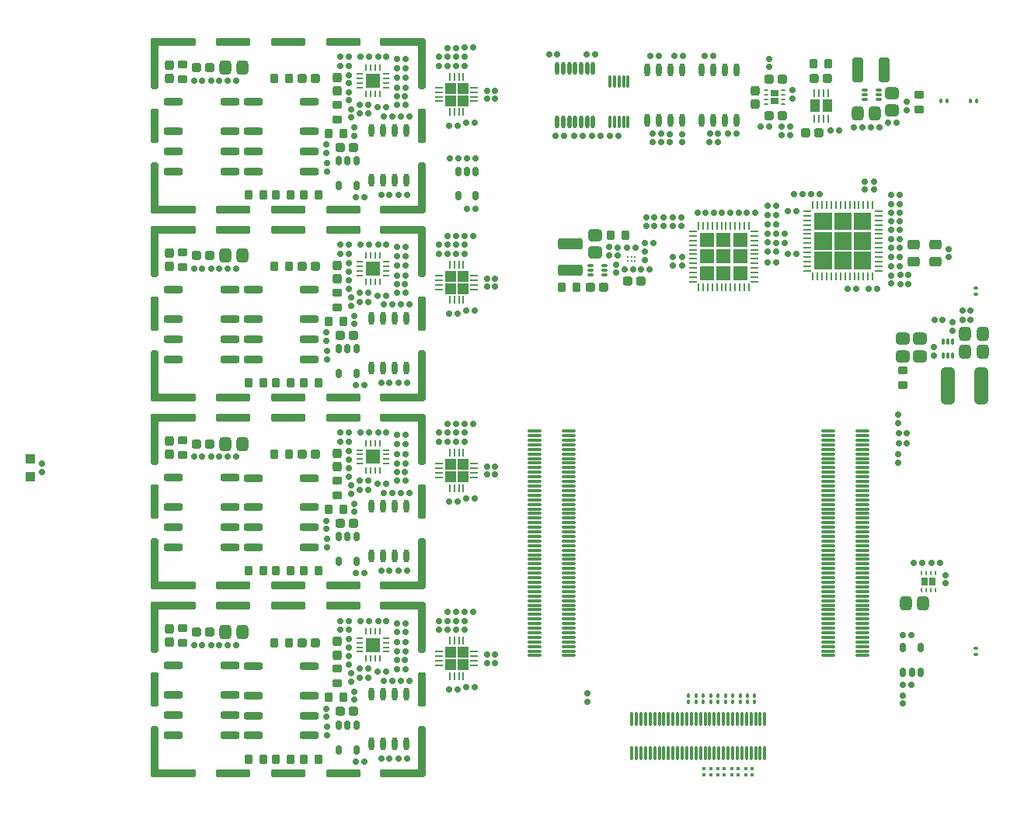
<source format=gtp>
G04*
G04 #@! TF.GenerationSoftware,Altium Limited,Altium Designer,23.10.1 (27)*
G04*
G04 Layer_Color=8421504*
%FSAX25Y25*%
%MOIN*%
G70*
G04*
G04 #@! TF.SameCoordinates,24A0423C-D8D6-4CDA-AFC9-E754AC273B9F*
G04*
G04*
G04 #@! TF.FilePolarity,Positive*
G04*
G01*
G75*
%ADD20R,0.04331X0.05512*%
%ADD21R,0.04331X0.05512*%
%ADD22R,0.04528X0.04528*%
%ADD23R,0.02756X0.03543*%
%ADD24R,0.03543X0.02756*%
%ADD25R,0.06102X0.06102*%
G04:AMPARAMS|DCode=26|XSize=9.84mil|YSize=35.43mil|CornerRadius=2.46mil|HoleSize=0mil|Usage=FLASHONLY|Rotation=180.000|XOffset=0mil|YOffset=0mil|HoleType=Round|Shape=RoundedRectangle|*
%AMROUNDEDRECTD26*
21,1,0.00984,0.03051,0,0,180.0*
21,1,0.00492,0.03543,0,0,180.0*
1,1,0.00492,-0.00246,0.01526*
1,1,0.00492,0.00246,0.01526*
1,1,0.00492,0.00246,-0.01526*
1,1,0.00492,-0.00246,-0.01526*
%
%ADD26ROUNDEDRECTD26*%
G04:AMPARAMS|DCode=27|XSize=19.68mil|YSize=11.81mil|CornerRadius=2.95mil|HoleSize=0mil|Usage=FLASHONLY|Rotation=0.000|XOffset=0mil|YOffset=0mil|HoleType=Round|Shape=RoundedRectangle|*
%AMROUNDEDRECTD27*
21,1,0.01968,0.00591,0,0,0.0*
21,1,0.01378,0.01181,0,0,0.0*
1,1,0.00591,0.00689,-0.00295*
1,1,0.00591,-0.00689,-0.00295*
1,1,0.00591,-0.00689,0.00295*
1,1,0.00591,0.00689,0.00295*
%
%ADD27ROUNDEDRECTD27*%
G04:AMPARAMS|DCode=28|XSize=19.68mil|YSize=11.81mil|CornerRadius=2.95mil|HoleSize=0mil|Usage=FLASHONLY|Rotation=270.000|XOffset=0mil|YOffset=0mil|HoleType=Round|Shape=RoundedRectangle|*
%AMROUNDEDRECTD28*
21,1,0.01968,0.00591,0,0,270.0*
21,1,0.01378,0.01181,0,0,270.0*
1,1,0.00591,-0.00295,-0.00689*
1,1,0.00591,-0.00295,0.00689*
1,1,0.00591,0.00295,0.00689*
1,1,0.00591,0.00295,-0.00689*
%
%ADD28ROUNDEDRECTD28*%
G04:AMPARAMS|DCode=29|XSize=31.5mil|YSize=81.1mil|CornerRadius=7.87mil|HoleSize=0mil|Usage=FLASHONLY|Rotation=270.000|XOffset=0mil|YOffset=0mil|HoleType=Round|Shape=RoundedRectangle|*
%AMROUNDEDRECTD29*
21,1,0.03150,0.06535,0,0,270.0*
21,1,0.01575,0.08110,0,0,270.0*
1,1,0.01575,-0.03268,-0.00787*
1,1,0.01575,-0.03268,0.00787*
1,1,0.01575,0.03268,0.00787*
1,1,0.01575,0.03268,-0.00787*
%
%ADD29ROUNDEDRECTD29*%
G04:AMPARAMS|DCode=30|XSize=43.31mil|YSize=43.31mil|CornerRadius=10.83mil|HoleSize=0mil|Usage=FLASHONLY|Rotation=90.000|XOffset=0mil|YOffset=0mil|HoleType=Round|Shape=RoundedRectangle|*
%AMROUNDEDRECTD30*
21,1,0.04331,0.02165,0,0,90.0*
21,1,0.02165,0.04331,0,0,90.0*
1,1,0.02165,0.01083,0.01083*
1,1,0.02165,0.01083,-0.01083*
1,1,0.02165,-0.01083,-0.01083*
1,1,0.02165,-0.01083,0.01083*
%
%ADD30ROUNDEDRECTD30*%
G04:AMPARAMS|DCode=31|XSize=11.81mil|YSize=59.06mil|CornerRadius=2.95mil|HoleSize=0mil|Usage=FLASHONLY|Rotation=270.000|XOffset=0mil|YOffset=0mil|HoleType=Round|Shape=RoundedRectangle|*
%AMROUNDEDRECTD31*
21,1,0.01181,0.05315,0,0,270.0*
21,1,0.00591,0.05906,0,0,270.0*
1,1,0.00591,-0.02657,-0.00295*
1,1,0.00591,-0.02657,0.00295*
1,1,0.00591,0.02657,0.00295*
1,1,0.00591,0.02657,-0.00295*
%
%ADD31ROUNDEDRECTD31*%
G04:AMPARAMS|DCode=32|XSize=11.81mil|YSize=59.06mil|CornerRadius=2.95mil|HoleSize=0mil|Usage=FLASHONLY|Rotation=0.000|XOffset=0mil|YOffset=0mil|HoleType=Round|Shape=RoundedRectangle|*
%AMROUNDEDRECTD32*
21,1,0.01181,0.05315,0,0,0.0*
21,1,0.00591,0.05906,0,0,0.0*
1,1,0.00591,0.00295,-0.02657*
1,1,0.00591,-0.00295,-0.02657*
1,1,0.00591,-0.00295,0.02657*
1,1,0.00591,0.00295,0.02657*
%
%ADD32ROUNDEDRECTD32*%
G04:AMPARAMS|DCode=33|XSize=31.5mil|YSize=149.61mil|CornerRadius=7.87mil|HoleSize=0mil|Usage=FLASHONLY|Rotation=180.000|XOffset=0mil|YOffset=0mil|HoleType=Round|Shape=RoundedRectangle|*
%AMROUNDEDRECTD33*
21,1,0.03150,0.13386,0,0,180.0*
21,1,0.01575,0.14961,0,0,180.0*
1,1,0.01575,-0.00787,0.06693*
1,1,0.01575,0.00787,0.06693*
1,1,0.01575,0.00787,-0.06693*
1,1,0.01575,-0.00787,-0.06693*
%
%ADD33ROUNDEDRECTD33*%
G04:AMPARAMS|DCode=34|XSize=31.5mil|YSize=149.61mil|CornerRadius=7.87mil|HoleSize=0mil|Usage=FLASHONLY|Rotation=270.000|XOffset=0mil|YOffset=0mil|HoleType=Round|Shape=RoundedRectangle|*
%AMROUNDEDRECTD34*
21,1,0.03150,0.13386,0,0,270.0*
21,1,0.01575,0.14961,0,0,270.0*
1,1,0.01575,-0.06693,-0.00787*
1,1,0.01575,-0.06693,0.00787*
1,1,0.01575,0.06693,0.00787*
1,1,0.01575,0.06693,-0.00787*
%
%ADD34ROUNDEDRECTD34*%
G04:AMPARAMS|DCode=35|XSize=31.5mil|YSize=218.5mil|CornerRadius=7.87mil|HoleSize=0mil|Usage=FLASHONLY|Rotation=180.000|XOffset=0mil|YOffset=0mil|HoleType=Round|Shape=RoundedRectangle|*
%AMROUNDEDRECTD35*
21,1,0.03150,0.20276,0,0,180.0*
21,1,0.01575,0.21850,0,0,180.0*
1,1,0.01575,-0.00787,0.10138*
1,1,0.01575,0.00787,0.10138*
1,1,0.01575,0.00787,-0.10138*
1,1,0.01575,-0.00787,-0.10138*
%
%ADD35ROUNDEDRECTD35*%
G04:AMPARAMS|DCode=36|XSize=31.5mil|YSize=196.06mil|CornerRadius=7.87mil|HoleSize=0mil|Usage=FLASHONLY|Rotation=270.000|XOffset=0mil|YOffset=0mil|HoleType=Round|Shape=RoundedRectangle|*
%AMROUNDEDRECTD36*
21,1,0.03150,0.18032,0,0,270.0*
21,1,0.01575,0.19606,0,0,270.0*
1,1,0.01575,-0.09016,-0.00787*
1,1,0.01575,-0.09016,0.00787*
1,1,0.01575,0.09016,0.00787*
1,1,0.01575,0.09016,-0.00787*
%
%ADD36ROUNDEDRECTD36*%
%ADD37O,0.00787X0.03347*%
%ADD38O,0.03347X0.00787*%
G04:AMPARAMS|DCode=39|XSize=59.06mil|YSize=51.18mil|CornerRadius=12.8mil|HoleSize=0mil|Usage=FLASHONLY|Rotation=270.000|XOffset=0mil|YOffset=0mil|HoleType=Round|Shape=RoundedRectangle|*
%AMROUNDEDRECTD39*
21,1,0.05906,0.02559,0,0,270.0*
21,1,0.03347,0.05118,0,0,270.0*
1,1,0.02559,-0.01280,-0.01673*
1,1,0.02559,-0.01280,0.01673*
1,1,0.02559,0.01280,0.01673*
1,1,0.02559,0.01280,-0.01673*
%
%ADD39ROUNDEDRECTD39*%
G04:AMPARAMS|DCode=40|XSize=23.62mil|YSize=23.62mil|CornerRadius=5.91mil|HoleSize=0mil|Usage=FLASHONLY|Rotation=270.000|XOffset=0mil|YOffset=0mil|HoleType=Round|Shape=RoundedRectangle|*
%AMROUNDEDRECTD40*
21,1,0.02362,0.01181,0,0,270.0*
21,1,0.01181,0.02362,0,0,270.0*
1,1,0.01181,-0.00591,-0.00591*
1,1,0.01181,-0.00591,0.00591*
1,1,0.01181,0.00591,0.00591*
1,1,0.01181,0.00591,-0.00591*
%
%ADD40ROUNDEDRECTD40*%
G04:AMPARAMS|DCode=41|XSize=37.4mil|YSize=41.34mil|CornerRadius=9.35mil|HoleSize=0mil|Usage=FLASHONLY|Rotation=270.000|XOffset=0mil|YOffset=0mil|HoleType=Round|Shape=RoundedRectangle|*
%AMROUNDEDRECTD41*
21,1,0.03740,0.02264,0,0,270.0*
21,1,0.01870,0.04134,0,0,270.0*
1,1,0.01870,-0.01132,-0.00935*
1,1,0.01870,-0.01132,0.00935*
1,1,0.01870,0.01132,0.00935*
1,1,0.01870,0.01132,-0.00935*
%
%ADD41ROUNDEDRECTD41*%
G04:AMPARAMS|DCode=42|XSize=37.4mil|YSize=41.34mil|CornerRadius=9.35mil|HoleSize=0mil|Usage=FLASHONLY|Rotation=180.000|XOffset=0mil|YOffset=0mil|HoleType=Round|Shape=RoundedRectangle|*
%AMROUNDEDRECTD42*
21,1,0.03740,0.02264,0,0,180.0*
21,1,0.01870,0.04134,0,0,180.0*
1,1,0.01870,-0.00935,0.01132*
1,1,0.01870,0.00935,0.01132*
1,1,0.01870,0.00935,-0.01132*
1,1,0.01870,-0.00935,-0.01132*
%
%ADD42ROUNDEDRECTD42*%
G04:AMPARAMS|DCode=43|XSize=39.37mil|YSize=35.43mil|CornerRadius=8.86mil|HoleSize=0mil|Usage=FLASHONLY|Rotation=0.000|XOffset=0mil|YOffset=0mil|HoleType=Round|Shape=RoundedRectangle|*
%AMROUNDEDRECTD43*
21,1,0.03937,0.01772,0,0,0.0*
21,1,0.02165,0.03543,0,0,0.0*
1,1,0.01772,0.01083,-0.00886*
1,1,0.01772,-0.01083,-0.00886*
1,1,0.01772,-0.01083,0.00886*
1,1,0.01772,0.01083,0.00886*
%
%ADD43ROUNDEDRECTD43*%
G04:AMPARAMS|DCode=44|XSize=11.81mil|YSize=26.38mil|CornerRadius=2.95mil|HoleSize=0mil|Usage=FLASHONLY|Rotation=270.000|XOffset=0mil|YOffset=0mil|HoleType=Round|Shape=RoundedRectangle|*
%AMROUNDEDRECTD44*
21,1,0.01181,0.02047,0,0,270.0*
21,1,0.00591,0.02638,0,0,270.0*
1,1,0.00591,-0.01024,-0.00295*
1,1,0.00591,-0.01024,0.00295*
1,1,0.00591,0.01024,0.00295*
1,1,0.00591,0.01024,-0.00295*
%
%ADD44ROUNDEDRECTD44*%
G04:AMPARAMS|DCode=45|XSize=59.06mil|YSize=51.18mil|CornerRadius=12.8mil|HoleSize=0mil|Usage=FLASHONLY|Rotation=180.000|XOffset=0mil|YOffset=0mil|HoleType=Round|Shape=RoundedRectangle|*
%AMROUNDEDRECTD45*
21,1,0.05906,0.02559,0,0,180.0*
21,1,0.03347,0.05118,0,0,180.0*
1,1,0.02559,-0.01673,0.01280*
1,1,0.02559,0.01673,0.01280*
1,1,0.02559,0.01673,-0.01280*
1,1,0.02559,-0.01673,-0.01280*
%
%ADD45ROUNDEDRECTD45*%
G04:AMPARAMS|DCode=46|XSize=23.62mil|YSize=23.62mil|CornerRadius=5.91mil|HoleSize=0mil|Usage=FLASHONLY|Rotation=0.000|XOffset=0mil|YOffset=0mil|HoleType=Round|Shape=RoundedRectangle|*
%AMROUNDEDRECTD46*
21,1,0.02362,0.01181,0,0,0.0*
21,1,0.01181,0.02362,0,0,0.0*
1,1,0.01181,0.00591,-0.00591*
1,1,0.01181,-0.00591,-0.00591*
1,1,0.01181,-0.00591,0.00591*
1,1,0.01181,0.00591,0.00591*
%
%ADD46ROUNDEDRECTD46*%
G04:AMPARAMS|DCode=47|XSize=107.09mil|YSize=48.42mil|CornerRadius=12.11mil|HoleSize=0mil|Usage=FLASHONLY|Rotation=270.000|XOffset=0mil|YOffset=0mil|HoleType=Round|Shape=RoundedRectangle|*
%AMROUNDEDRECTD47*
21,1,0.10709,0.02421,0,0,270.0*
21,1,0.08287,0.04842,0,0,270.0*
1,1,0.02421,-0.01211,-0.04144*
1,1,0.02421,-0.01211,0.04144*
1,1,0.02421,0.01211,0.04144*
1,1,0.02421,0.01211,-0.04144*
%
%ADD47ROUNDEDRECTD47*%
G04:AMPARAMS|DCode=48|XSize=25.2mil|YSize=25.2mil|CornerRadius=6.3mil|HoleSize=0mil|Usage=FLASHONLY|Rotation=270.000|XOffset=0mil|YOffset=0mil|HoleType=Round|Shape=RoundedRectangle|*
%AMROUNDEDRECTD48*
21,1,0.02520,0.01260,0,0,270.0*
21,1,0.01260,0.02520,0,0,270.0*
1,1,0.01260,-0.00630,-0.00630*
1,1,0.01260,-0.00630,0.00630*
1,1,0.01260,0.00630,0.00630*
1,1,0.01260,0.00630,-0.00630*
%
%ADD48ROUNDEDRECTD48*%
G04:AMPARAMS|DCode=49|XSize=39.37mil|YSize=35.43mil|CornerRadius=8.86mil|HoleSize=0mil|Usage=FLASHONLY|Rotation=90.000|XOffset=0mil|YOffset=0mil|HoleType=Round|Shape=RoundedRectangle|*
%AMROUNDEDRECTD49*
21,1,0.03937,0.01772,0,0,90.0*
21,1,0.02165,0.03543,0,0,90.0*
1,1,0.01772,0.00886,0.01083*
1,1,0.01772,0.00886,-0.01083*
1,1,0.01772,-0.00886,-0.01083*
1,1,0.01772,-0.00886,0.01083*
%
%ADD49ROUNDEDRECTD49*%
%ADD50O,0.02362X0.05709*%
G04:AMPARAMS|DCode=51|XSize=25.2mil|YSize=25.2mil|CornerRadius=6.3mil|HoleSize=0mil|Usage=FLASHONLY|Rotation=180.000|XOffset=0mil|YOffset=0mil|HoleType=Round|Shape=RoundedRectangle|*
%AMROUNDEDRECTD51*
21,1,0.02520,0.01260,0,0,180.0*
21,1,0.01260,0.02520,0,0,180.0*
1,1,0.01260,-0.00630,0.00630*
1,1,0.01260,0.00630,0.00630*
1,1,0.01260,0.00630,-0.00630*
1,1,0.01260,-0.00630,-0.00630*
%
%ADD51ROUNDEDRECTD51*%
%ADD52O,0.01378X0.05512*%
%ADD53O,0.00984X0.03150*%
%ADD54O,0.03150X0.00984*%
G04:AMPARAMS|DCode=55|XSize=58.27mil|YSize=58.27mil|CornerRadius=0mil|HoleSize=0mil|Usage=FLASHONLY|Rotation=0.000|XOffset=0mil|YOffset=0mil|HoleType=Round|Shape=RoundedRectangle|*
%AMROUNDEDRECTD55*
21,1,0.05827,0.05827,0,0,0.0*
21,1,0.05827,0.05827,0,0,0.0*
1,1,0.00000,0.02913,-0.02913*
1,1,0.00000,-0.02913,-0.02913*
1,1,0.00000,-0.02913,0.02913*
1,1,0.00000,0.02913,0.02913*
%
%ADD55ROUNDEDRECTD55*%
G04:AMPARAMS|DCode=56|XSize=23.62mil|YSize=39.37mil|CornerRadius=5.91mil|HoleSize=0mil|Usage=FLASHONLY|Rotation=0.000|XOffset=0mil|YOffset=0mil|HoleType=Round|Shape=RoundedRectangle|*
%AMROUNDEDRECTD56*
21,1,0.02362,0.02756,0,0,0.0*
21,1,0.01181,0.03937,0,0,0.0*
1,1,0.01181,0.00591,-0.01378*
1,1,0.01181,-0.00591,-0.01378*
1,1,0.01181,-0.00591,0.01378*
1,1,0.01181,0.00591,0.01378*
%
%ADD56ROUNDEDRECTD56*%
G04:AMPARAMS|DCode=57|XSize=11.81mil|YSize=26.38mil|CornerRadius=2.95mil|HoleSize=0mil|Usage=FLASHONLY|Rotation=180.000|XOffset=0mil|YOffset=0mil|HoleType=Round|Shape=RoundedRectangle|*
%AMROUNDEDRECTD57*
21,1,0.01181,0.02047,0,0,180.0*
21,1,0.00591,0.02638,0,0,180.0*
1,1,0.00591,-0.00295,0.01024*
1,1,0.00591,0.00295,0.01024*
1,1,0.00591,0.00295,-0.01024*
1,1,0.00591,-0.00295,-0.01024*
%
%ADD57ROUNDEDRECTD57*%
G04:AMPARAMS|DCode=58|XSize=157.48mil|YSize=59.06mil|CornerRadius=14.76mil|HoleSize=0mil|Usage=FLASHONLY|Rotation=90.000|XOffset=0mil|YOffset=0mil|HoleType=Round|Shape=RoundedRectangle|*
%AMROUNDEDRECTD58*
21,1,0.15748,0.02953,0,0,90.0*
21,1,0.12795,0.05906,0,0,90.0*
1,1,0.02953,0.01476,0.06398*
1,1,0.02953,0.01476,-0.06398*
1,1,0.02953,-0.01476,-0.06398*
1,1,0.02953,-0.01476,0.06398*
%
%ADD58ROUNDEDRECTD58*%
G04:AMPARAMS|DCode=59|XSize=51.18mil|YSize=43.31mil|CornerRadius=10.83mil|HoleSize=0mil|Usage=FLASHONLY|Rotation=180.000|XOffset=0mil|YOffset=0mil|HoleType=Round|Shape=RoundedRectangle|*
%AMROUNDEDRECTD59*
21,1,0.05118,0.02165,0,0,180.0*
21,1,0.02953,0.04331,0,0,180.0*
1,1,0.02165,-0.01476,0.01083*
1,1,0.02165,0.01476,0.01083*
1,1,0.02165,0.01476,-0.01083*
1,1,0.02165,-0.01476,-0.01083*
%
%ADD59ROUNDEDRECTD59*%
%ADD60O,0.01772X0.05512*%
G04:AMPARAMS|DCode=61|XSize=9.84mil|YSize=19.68mil|CornerRadius=2.46mil|HoleSize=0mil|Usage=FLASHONLY|Rotation=180.000|XOffset=0mil|YOffset=0mil|HoleType=Round|Shape=RoundedRectangle|*
%AMROUNDEDRECTD61*
21,1,0.00984,0.01476,0,0,180.0*
21,1,0.00492,0.01968,0,0,180.0*
1,1,0.00492,-0.00246,0.00738*
1,1,0.00492,0.00246,0.00738*
1,1,0.00492,0.00246,-0.00738*
1,1,0.00492,-0.00246,-0.00738*
%
%ADD61ROUNDEDRECTD61*%
%ADD62O,0.00984X0.03347*%
G04:AMPARAMS|DCode=63|XSize=9.84mil|YSize=19.68mil|CornerRadius=2.46mil|HoleSize=0mil|Usage=FLASHONLY|Rotation=90.000|XOffset=0mil|YOffset=0mil|HoleType=Round|Shape=RoundedRectangle|*
%AMROUNDEDRECTD63*
21,1,0.00984,0.01476,0,0,90.0*
21,1,0.00492,0.01968,0,0,90.0*
1,1,0.00492,0.00738,0.00246*
1,1,0.00492,0.00738,-0.00246*
1,1,0.00492,-0.00738,-0.00246*
1,1,0.00492,-0.00738,0.00246*
%
%ADD63ROUNDEDRECTD63*%
%ADD64O,0.03347X0.00984*%
%ADD65C,0.01100*%
%ADD66O,0.00984X0.03543*%
%ADD67O,0.03543X0.00984*%
G04:AMPARAMS|DCode=68|XSize=13.78mil|YSize=15.75mil|CornerRadius=3.45mil|HoleSize=0mil|Usage=FLASHONLY|Rotation=0.000|XOffset=0mil|YOffset=0mil|HoleType=Round|Shape=RoundedRectangle|*
%AMROUNDEDRECTD68*
21,1,0.01378,0.00886,0,0,0.0*
21,1,0.00689,0.01575,0,0,0.0*
1,1,0.00689,0.00345,-0.00443*
1,1,0.00689,-0.00345,-0.00443*
1,1,0.00689,-0.00345,0.00443*
1,1,0.00689,0.00345,0.00443*
%
%ADD68ROUNDEDRECTD68*%
G04:AMPARAMS|DCode=69|XSize=107.09mil|YSize=48.42mil|CornerRadius=12.11mil|HoleSize=0mil|Usage=FLASHONLY|Rotation=180.000|XOffset=0mil|YOffset=0mil|HoleType=Round|Shape=RoundedRectangle|*
%AMROUNDEDRECTD69*
21,1,0.10709,0.02421,0,0,180.0*
21,1,0.08287,0.04842,0,0,180.0*
1,1,0.02421,-0.04144,0.01211*
1,1,0.02421,0.04144,0.01211*
1,1,0.02421,0.04144,-0.01211*
1,1,0.02421,-0.04144,-0.01211*
%
%ADD69ROUNDEDRECTD69*%
G04:AMPARAMS|DCode=70|XSize=16.54mil|YSize=18.11mil|CornerRadius=4.13mil|HoleSize=0mil|Usage=FLASHONLY|Rotation=0.000|XOffset=0mil|YOffset=0mil|HoleType=Round|Shape=RoundedRectangle|*
%AMROUNDEDRECTD70*
21,1,0.01654,0.00984,0,0,0.0*
21,1,0.00827,0.01811,0,0,0.0*
1,1,0.00827,0.00413,-0.00492*
1,1,0.00827,-0.00413,-0.00492*
1,1,0.00827,-0.00413,0.00492*
1,1,0.00827,0.00413,0.00492*
%
%ADD70ROUNDEDRECTD70*%
G36*
X0364469Y0298031D02*
X0356988D01*
Y0305512D01*
X0364469D01*
Y0298031D01*
D02*
G37*
G36*
X0347539D02*
X0340059D01*
Y0305512D01*
X0347539D01*
Y0298031D01*
D02*
G37*
G36*
X0356004Y0298031D02*
X0348524D01*
Y0305512D01*
X0356004D01*
Y0298031D01*
D02*
G37*
G36*
X0364469Y0289567D02*
X0356988D01*
Y0297047D01*
X0364469D01*
Y0289567D01*
D02*
G37*
G36*
X0356004D02*
X0348524D01*
Y0297047D01*
X0356004D01*
Y0289567D01*
D02*
G37*
G36*
X0347539D02*
X0340059D01*
Y0297047D01*
X0347539D01*
Y0289567D01*
D02*
G37*
G36*
X0364469Y0281102D02*
X0356988D01*
Y0288583D01*
X0364469D01*
Y0281102D01*
D02*
G37*
G36*
X0356004D02*
X0348524D01*
Y0288583D01*
X0356004D01*
Y0281102D01*
D02*
G37*
G36*
X0347539D02*
X0340059D01*
Y0288583D01*
X0347539D01*
Y0281102D01*
D02*
G37*
D20*
X0345571Y0351378D02*
D03*
D21*
X0340453Y0351378D02*
D03*
D22*
X0183855Y0192126D02*
D03*
Y0197441D02*
D03*
X0189170D02*
D03*
Y0192126D02*
D03*
X0183855Y0111417D02*
D03*
Y0116732D02*
D03*
X0189170D02*
D03*
Y0111417D02*
D03*
X0183858Y0272835D02*
D03*
Y0278150D02*
D03*
X0189173D02*
D03*
Y0272835D02*
D03*
X0183859Y0353543D02*
D03*
Y0358858D02*
D03*
X0189173D02*
D03*
Y0353543D02*
D03*
D23*
X0390746Y0147146D02*
D03*
X0387203D02*
D03*
D24*
X0322994Y0356793D02*
D03*
Y0353250D02*
D03*
D25*
X0294067Y0293701D02*
D03*
X0301154D02*
D03*
X0308240D02*
D03*
Y0286614D02*
D03*
X0301154D02*
D03*
X0294067D02*
D03*
Y0279528D02*
D03*
X0301154D02*
D03*
X0308240D02*
D03*
D26*
X0345965Y0356870D02*
D03*
X0343996D02*
D03*
X0342028D02*
D03*
X0340059D02*
D03*
X0345965Y0345886D02*
D03*
X0343996D02*
D03*
X0342028D02*
D03*
X0340059D02*
D03*
D27*
X0409449Y0115748D02*
D03*
Y0118504D02*
D03*
Y0273228D02*
D03*
Y0270472D02*
D03*
D28*
X0394193Y0353248D02*
D03*
X0396949D02*
D03*
X0406988D02*
D03*
X0409744D02*
D03*
D29*
X0089252Y0340354D02*
D03*
X0065079D02*
D03*
Y0352953D02*
D03*
X0089252D02*
D03*
X0065079Y0331693D02*
D03*
X0089252D02*
D03*
Y0323031D02*
D03*
X0065079D02*
D03*
X0099311Y0323031D02*
D03*
X0123484D02*
D03*
Y0331693D02*
D03*
X0099311D02*
D03*
X0123484Y0352953D02*
D03*
X0099311D02*
D03*
Y0340354D02*
D03*
X0123484D02*
D03*
X0089252Y0098327D02*
D03*
X0065079D02*
D03*
Y0110925D02*
D03*
X0089252D02*
D03*
X0065079Y0089665D02*
D03*
X0089252D02*
D03*
Y0081004D02*
D03*
X0065079D02*
D03*
Y0161713D02*
D03*
X0089252D02*
D03*
Y0170374D02*
D03*
X0065079D02*
D03*
X0089252Y0191634D02*
D03*
X0065079D02*
D03*
Y0179035D02*
D03*
X0089252D02*
D03*
Y0259646D02*
D03*
X0065079D02*
D03*
Y0272244D02*
D03*
X0089252D02*
D03*
X0065079Y0250984D02*
D03*
X0089252D02*
D03*
Y0242323D02*
D03*
X0065079D02*
D03*
X0099311Y0080905D02*
D03*
X0123484D02*
D03*
Y0089567D02*
D03*
X0099311D02*
D03*
X0123484Y0110827D02*
D03*
X0099311D02*
D03*
Y0098228D02*
D03*
X0123484D02*
D03*
Y0178937D02*
D03*
X0099311D02*
D03*
Y0191535D02*
D03*
X0123484D02*
D03*
X0099311Y0170276D02*
D03*
X0123484D02*
D03*
Y0161614D02*
D03*
X0099311D02*
D03*
Y0242323D02*
D03*
X0123484D02*
D03*
Y0250984D02*
D03*
X0099311D02*
D03*
X0123484Y0272244D02*
D03*
X0099311D02*
D03*
Y0259646D02*
D03*
X0123484D02*
D03*
D30*
X0003543Y0199803D02*
D03*
Y0191929D02*
D03*
D31*
X0219949Y0115239D02*
D03*
X0234516D02*
D03*
X0219949Y0117207D02*
D03*
X0234516D02*
D03*
X0219949Y0119176D02*
D03*
X0234516D02*
D03*
X0219949Y0121144D02*
D03*
X0234516D02*
D03*
X0219949Y0123113D02*
D03*
X0234516D02*
D03*
X0219949Y0125081D02*
D03*
X0234516D02*
D03*
X0219949Y0127050D02*
D03*
X0234516D02*
D03*
X0219949Y0129018D02*
D03*
X0234516D02*
D03*
X0219949Y0130987D02*
D03*
X0234516D02*
D03*
X0219949Y0132955D02*
D03*
X0234516D02*
D03*
X0219949Y0134924D02*
D03*
X0234516D02*
D03*
X0219949Y0136892D02*
D03*
X0234516D02*
D03*
X0219949Y0138861D02*
D03*
X0234516D02*
D03*
X0219949Y0140829D02*
D03*
X0234516D02*
D03*
X0219949Y0142798D02*
D03*
X0234516D02*
D03*
X0219949Y0144766D02*
D03*
X0234516D02*
D03*
X0219949Y0146735D02*
D03*
X0234516D02*
D03*
X0219949Y0148703D02*
D03*
X0234516D02*
D03*
X0219949Y0150672D02*
D03*
X0234516D02*
D03*
X0219949Y0152640D02*
D03*
X0234516D02*
D03*
X0219949Y0154609D02*
D03*
X0234516D02*
D03*
X0219949Y0156577D02*
D03*
X0234516D02*
D03*
X0219949Y0158546D02*
D03*
X0234516D02*
D03*
X0219949Y0160514D02*
D03*
X0234516D02*
D03*
X0219949Y0162483D02*
D03*
X0234516D02*
D03*
X0219949Y0164451D02*
D03*
X0234516D02*
D03*
X0219949Y0166420D02*
D03*
X0234516D02*
D03*
X0219949Y0168388D02*
D03*
X0234516D02*
D03*
X0219949Y0170357D02*
D03*
X0234516D02*
D03*
X0219949Y0172325D02*
D03*
X0234516D02*
D03*
X0219949Y0174294D02*
D03*
X0234516D02*
D03*
X0219949Y0176262D02*
D03*
X0234516D02*
D03*
X0219949Y0178231D02*
D03*
X0234516D02*
D03*
X0219949Y0180199D02*
D03*
X0234516D02*
D03*
X0219949Y0182168D02*
D03*
X0234516D02*
D03*
X0219949Y0184136D02*
D03*
X0234516D02*
D03*
X0219949Y0186105D02*
D03*
X0234516D02*
D03*
X0219949Y0188073D02*
D03*
X0234516D02*
D03*
X0219949Y0190042D02*
D03*
X0234516D02*
D03*
X0219949Y0192010D02*
D03*
X0234516D02*
D03*
X0219949Y0193979D02*
D03*
X0234516D02*
D03*
X0219949Y0195947D02*
D03*
X0234516D02*
D03*
X0219949Y0197916D02*
D03*
X0234516D02*
D03*
X0219949Y0199884D02*
D03*
X0234516D02*
D03*
X0219949Y0201853D02*
D03*
X0234516D02*
D03*
X0219949Y0203821D02*
D03*
X0234516D02*
D03*
X0219949Y0205790D02*
D03*
X0234516D02*
D03*
X0219949Y0207758D02*
D03*
X0234516D02*
D03*
X0219949Y0209727D02*
D03*
X0234516D02*
D03*
X0219949Y0211695D02*
D03*
X0234516D02*
D03*
X0360500D02*
D03*
X0345933D02*
D03*
X0360500Y0209727D02*
D03*
X0345933D02*
D03*
X0360500Y0207758D02*
D03*
X0345933D02*
D03*
X0360500Y0205790D02*
D03*
X0345933D02*
D03*
X0360500Y0203821D02*
D03*
X0345933D02*
D03*
X0360500Y0201853D02*
D03*
X0345933D02*
D03*
X0360500Y0199884D02*
D03*
X0345933D02*
D03*
X0360500Y0197916D02*
D03*
X0345933D02*
D03*
X0360500Y0195947D02*
D03*
X0345933D02*
D03*
X0360500Y0193979D02*
D03*
X0345933D02*
D03*
X0360500Y0192010D02*
D03*
X0345933D02*
D03*
X0360500Y0190042D02*
D03*
X0345933D02*
D03*
X0360500Y0188073D02*
D03*
X0345933D02*
D03*
X0360500Y0186105D02*
D03*
X0345933D02*
D03*
X0360500Y0184136D02*
D03*
X0345933D02*
D03*
X0360500Y0182168D02*
D03*
X0345933D02*
D03*
X0360500Y0180199D02*
D03*
X0345933D02*
D03*
X0360500Y0178231D02*
D03*
X0345933D02*
D03*
X0360500Y0176262D02*
D03*
X0345933D02*
D03*
X0360500Y0174294D02*
D03*
X0345933D02*
D03*
X0360500Y0172325D02*
D03*
X0345933D02*
D03*
X0360500Y0170357D02*
D03*
X0345933D02*
D03*
X0360500Y0168388D02*
D03*
X0345933D02*
D03*
X0360500Y0166420D02*
D03*
X0345933D02*
D03*
X0360500Y0164451D02*
D03*
X0345933D02*
D03*
X0360500Y0162483D02*
D03*
X0345933D02*
D03*
X0360500Y0160514D02*
D03*
X0345933D02*
D03*
X0360500Y0158546D02*
D03*
X0345933D02*
D03*
X0360500Y0156577D02*
D03*
X0345933D02*
D03*
X0360500Y0154609D02*
D03*
X0345933D02*
D03*
X0360500Y0152640D02*
D03*
X0345933D02*
D03*
X0360500Y0150672D02*
D03*
X0345933D02*
D03*
X0360500Y0148703D02*
D03*
X0345933D02*
D03*
X0360500Y0146735D02*
D03*
X0345933D02*
D03*
X0360500Y0144766D02*
D03*
X0345933D02*
D03*
X0360500Y0142798D02*
D03*
X0345933D02*
D03*
X0360500Y0140829D02*
D03*
X0345933D02*
D03*
X0360500Y0138861D02*
D03*
X0345933D02*
D03*
X0360500Y0136892D02*
D03*
X0345933D02*
D03*
X0360500Y0134924D02*
D03*
X0345933D02*
D03*
X0360500Y0132955D02*
D03*
X0345933D02*
D03*
X0360500Y0130987D02*
D03*
X0345933D02*
D03*
X0360500Y0129018D02*
D03*
X0345933D02*
D03*
X0360500Y0127050D02*
D03*
X0345933D02*
D03*
X0360500Y0125081D02*
D03*
X0345933D02*
D03*
X0360500Y0123113D02*
D03*
X0345933D02*
D03*
X0360500Y0121144D02*
D03*
X0345933D02*
D03*
X0360500Y0119176D02*
D03*
X0345933D02*
D03*
X0360500Y0117207D02*
D03*
X0345933D02*
D03*
X0360500Y0115239D02*
D03*
X0345933D02*
D03*
D32*
X0318772Y0073510D02*
D03*
Y0088077D02*
D03*
X0316803Y0073510D02*
D03*
Y0088077D02*
D03*
X0314835Y0073510D02*
D03*
Y0088077D02*
D03*
X0312866Y0073510D02*
D03*
Y0088077D02*
D03*
X0310898Y0073510D02*
D03*
Y0088077D02*
D03*
X0308929Y0073510D02*
D03*
Y0088077D02*
D03*
X0306961Y0073510D02*
D03*
Y0088077D02*
D03*
X0304992Y0073510D02*
D03*
Y0088077D02*
D03*
X0303024Y0073510D02*
D03*
Y0088077D02*
D03*
X0301055Y0073510D02*
D03*
Y0088077D02*
D03*
X0299087Y0073510D02*
D03*
Y0088077D02*
D03*
X0297118Y0073510D02*
D03*
Y0088077D02*
D03*
X0295150Y0073510D02*
D03*
Y0088077D02*
D03*
X0293181Y0073510D02*
D03*
Y0088077D02*
D03*
X0291213Y0073510D02*
D03*
Y0088077D02*
D03*
X0289244Y0073510D02*
D03*
Y0088077D02*
D03*
X0287276Y0073510D02*
D03*
Y0088077D02*
D03*
X0285307Y0073510D02*
D03*
Y0088077D02*
D03*
X0283339Y0073510D02*
D03*
Y0088077D02*
D03*
X0281370Y0073510D02*
D03*
Y0088077D02*
D03*
X0279402Y0073510D02*
D03*
Y0088077D02*
D03*
X0277433Y0073510D02*
D03*
Y0088077D02*
D03*
X0275465Y0073510D02*
D03*
Y0088077D02*
D03*
X0273496Y0073510D02*
D03*
Y0088077D02*
D03*
X0271528Y0073510D02*
D03*
Y0088077D02*
D03*
X0269559Y0073510D02*
D03*
Y0088077D02*
D03*
X0267590Y0073510D02*
D03*
Y0088077D02*
D03*
X0265622Y0073510D02*
D03*
Y0088077D02*
D03*
X0263653Y0073510D02*
D03*
Y0088077D02*
D03*
X0261685Y0073510D02*
D03*
Y0088077D02*
D03*
D33*
X0056890Y0342717D02*
D03*
X0171693D02*
D03*
Y0262008D02*
D03*
X0056890D02*
D03*
Y0181299D02*
D03*
X0171693D02*
D03*
Y0100591D02*
D03*
X0056890D02*
D03*
D34*
X0090669Y0378740D02*
D03*
X0137913D02*
D03*
X0114291D02*
D03*
X0090680Y0306713D02*
D03*
X0137924D02*
D03*
X0114302D02*
D03*
Y0226005D02*
D03*
X0137924D02*
D03*
X0090680D02*
D03*
X0114291Y0298031D02*
D03*
X0137913D02*
D03*
X0090669D02*
D03*
Y0217323D02*
D03*
X0137913D02*
D03*
X0114291D02*
D03*
X0090680Y0145296D02*
D03*
X0137924D02*
D03*
X0114302D02*
D03*
Y0064587D02*
D03*
X0137924D02*
D03*
X0090680D02*
D03*
X0114291Y0136614D02*
D03*
X0137913D02*
D03*
X0090669D02*
D03*
D35*
X0171693Y0369388D02*
D03*
X0056890D02*
D03*
X0056900Y0316065D02*
D03*
X0171703D02*
D03*
Y0235357D02*
D03*
X0056900D02*
D03*
X0056890Y0288680D02*
D03*
X0171693D02*
D03*
Y0207971D02*
D03*
X0056890D02*
D03*
X0056900Y0154648D02*
D03*
X0171703D02*
D03*
Y0073939D02*
D03*
X0056900D02*
D03*
X0056890Y0127262D02*
D03*
X0171693D02*
D03*
D36*
X0163466Y0378740D02*
D03*
X0065119D02*
D03*
X0065127Y0306713D02*
D03*
X0163474D02*
D03*
Y0226005D02*
D03*
X0065127D02*
D03*
X0065119Y0298031D02*
D03*
X0163466D02*
D03*
Y0217323D02*
D03*
X0065119D02*
D03*
X0065127Y0145296D02*
D03*
X0163474D02*
D03*
Y0064587D02*
D03*
X0065127D02*
D03*
X0065119Y0136614D02*
D03*
X0163466D02*
D03*
D37*
X0339469Y0277953D02*
D03*
X0341437D02*
D03*
X0343406D02*
D03*
X0345374D02*
D03*
X0347342D02*
D03*
X0349311D02*
D03*
X0351279D02*
D03*
X0353248D02*
D03*
X0355217D02*
D03*
X0357185D02*
D03*
X0359154D02*
D03*
X0361122D02*
D03*
X0363090D02*
D03*
X0365059D02*
D03*
Y0308661D02*
D03*
X0363090D02*
D03*
X0361122D02*
D03*
X0359154D02*
D03*
X0357185D02*
D03*
X0355217D02*
D03*
X0353248D02*
D03*
X0351279D02*
D03*
X0349311D02*
D03*
X0347342D02*
D03*
X0345374D02*
D03*
X0343406D02*
D03*
X0341437D02*
D03*
X0339469D02*
D03*
D38*
X0367618Y0280512D02*
D03*
Y0282480D02*
D03*
Y0284449D02*
D03*
Y0286417D02*
D03*
Y0288386D02*
D03*
Y0290354D02*
D03*
Y0292323D02*
D03*
Y0294291D02*
D03*
Y0296260D02*
D03*
Y0298228D02*
D03*
Y0300197D02*
D03*
Y0302165D02*
D03*
Y0304134D02*
D03*
Y0306102D02*
D03*
X0336910D02*
D03*
Y0304134D02*
D03*
Y0302165D02*
D03*
Y0300197D02*
D03*
Y0298228D02*
D03*
Y0296260D02*
D03*
Y0294291D02*
D03*
Y0292323D02*
D03*
Y0290354D02*
D03*
Y0288386D02*
D03*
Y0286417D02*
D03*
Y0284449D02*
D03*
Y0282480D02*
D03*
Y0280512D02*
D03*
D39*
X0094685Y0286910D02*
D03*
X0087205D02*
D03*
X0094685Y0206201D02*
D03*
X0087205D02*
D03*
X0094685Y0125492D02*
D03*
X0087205D02*
D03*
X0094685Y0367618D02*
D03*
X0087205D02*
D03*
X0358563Y0348130D02*
D03*
X0366043D02*
D03*
X0404724Y0253346D02*
D03*
X0412205D02*
D03*
X0404724Y0245866D02*
D03*
X0412205D02*
D03*
X0386811Y0137598D02*
D03*
X0379331D02*
D03*
D40*
X0088484Y0281299D02*
D03*
X0092027D02*
D03*
X0084744Y0281299D02*
D03*
X0081201D02*
D03*
X0077461D02*
D03*
X0073917D02*
D03*
X0088484Y0200590D02*
D03*
X0092027D02*
D03*
X0084744Y0200590D02*
D03*
X0081201D02*
D03*
X0077461D02*
D03*
X0073917D02*
D03*
X0088484Y0119882D02*
D03*
X0092027D02*
D03*
X0084744Y0119882D02*
D03*
X0081201D02*
D03*
X0077461D02*
D03*
X0073917D02*
D03*
X0371752Y0344094D02*
D03*
X0375295D02*
D03*
X0364370Y0341929D02*
D03*
X0367913D02*
D03*
X0360630D02*
D03*
X0357087D02*
D03*
X0186319Y0134055D02*
D03*
X0182776D02*
D03*
X0186319Y0376181D02*
D03*
X0182776D02*
D03*
X0186319Y0295472D02*
D03*
X0182776D02*
D03*
X0186319Y0214764D02*
D03*
X0182776D02*
D03*
X0373012Y0309197D02*
D03*
X0376555D02*
D03*
X0373031Y0305413D02*
D03*
X0376575D02*
D03*
X0376575Y0282480D02*
D03*
X0373031D02*
D03*
X0092027Y0362008D02*
D03*
X0088484D02*
D03*
X0084744Y0362008D02*
D03*
X0081201D02*
D03*
X0073917D02*
D03*
X0077461D02*
D03*
X0331299Y0313287D02*
D03*
X0334842D02*
D03*
X0164567Y0363287D02*
D03*
X0161024D02*
D03*
X0164567Y0282579D02*
D03*
X0161024D02*
D03*
X0161024Y0278346D02*
D03*
X0164567D02*
D03*
X0164469Y0274705D02*
D03*
X0160925D02*
D03*
X0157776Y0232480D02*
D03*
X0154232D02*
D03*
X0152854Y0291634D02*
D03*
X0156398D02*
D03*
X0164567Y0201870D02*
D03*
X0161024D02*
D03*
X0161024Y0197638D02*
D03*
X0164567D02*
D03*
X0164469Y0193996D02*
D03*
X0160925D02*
D03*
X0157776Y0151772D02*
D03*
X0154232D02*
D03*
X0152854Y0210925D02*
D03*
X0156398D02*
D03*
X0164567Y0121161D02*
D03*
X0161024D02*
D03*
X0161024Y0116929D02*
D03*
X0164567D02*
D03*
X0164469Y0113287D02*
D03*
X0160925D02*
D03*
X0157776Y0071063D02*
D03*
X0154232D02*
D03*
X0152854Y0130217D02*
D03*
X0156398D02*
D03*
X0154232Y0313189D02*
D03*
X0157776D02*
D03*
X0152854Y0372342D02*
D03*
X0156398D02*
D03*
X0164469Y0355413D02*
D03*
X0160925D02*
D03*
X0161024Y0359055D02*
D03*
X0164567D02*
D03*
X0327264Y0292520D02*
D03*
X0323721D02*
D03*
X0327264Y0296457D02*
D03*
X0323721D02*
D03*
X0186909Y0342717D02*
D03*
X0183366D02*
D03*
X0183760Y0328740D02*
D03*
X0187303D02*
D03*
X0391535Y0259449D02*
D03*
X0395079D02*
D03*
X0403543Y0263386D02*
D03*
X0407087D02*
D03*
X0373031Y0294193D02*
D03*
X0376575D02*
D03*
X0380413Y0278642D02*
D03*
X0376870D02*
D03*
X0380413Y0274705D02*
D03*
X0376870D02*
D03*
X0373031Y0297933D02*
D03*
X0376575D02*
D03*
X0373031Y0301673D02*
D03*
X0376575D02*
D03*
X0376575Y0312992D02*
D03*
X0373031D02*
D03*
X0354429Y0272835D02*
D03*
X0357972D02*
D03*
X0232677Y0338484D02*
D03*
X0229134D02*
D03*
X0244685D02*
D03*
X0248228D02*
D03*
X0242323Y0373327D02*
D03*
X0245866D02*
D03*
X0229724Y0373327D02*
D03*
X0226181D02*
D03*
X0298819Y0339469D02*
D03*
X0295276D02*
D03*
X0283661Y0372638D02*
D03*
X0280118D02*
D03*
X0376181Y0206299D02*
D03*
X0379724D02*
D03*
X0376181Y0210630D02*
D03*
X0379724D02*
D03*
X0317028Y0342323D02*
D03*
X0329687Y0338683D02*
D03*
X0326144D02*
D03*
Y0342423D02*
D03*
X0329687D02*
D03*
X0320571Y0342323D02*
D03*
X0183366Y0262008D02*
D03*
X0186909D02*
D03*
X0199606Y0277165D02*
D03*
X0203150D02*
D03*
X0199606Y0273622D02*
D03*
X0203150D02*
D03*
X0183366Y0181299D02*
D03*
X0186909D02*
D03*
X0199606Y0196457D02*
D03*
X0203150D02*
D03*
X0199606Y0192913D02*
D03*
X0203150D02*
D03*
X0183366Y0100591D02*
D03*
X0186909D02*
D03*
X0199606Y0115748D02*
D03*
X0203150D02*
D03*
X0199606Y0112205D02*
D03*
X0203150D02*
D03*
X0311095Y0305315D02*
D03*
X0314638D02*
D03*
X0304008D02*
D03*
X0307551D02*
D03*
X0265748Y0281004D02*
D03*
X0269291D02*
D03*
X0296921Y0305315D02*
D03*
X0300465D02*
D03*
X0258661Y0281004D02*
D03*
X0262205D02*
D03*
X0289835Y0305315D02*
D03*
X0293378D02*
D03*
X0267421Y0292323D02*
D03*
X0270965D02*
D03*
X0203150Y0354331D02*
D03*
X0199606D02*
D03*
X0203150Y0357874D02*
D03*
X0199606D02*
D03*
D41*
X0075098Y0286910D02*
D03*
X0080807D02*
D03*
X0075098Y0206201D02*
D03*
X0080807D02*
D03*
X0075098Y0125492D02*
D03*
X0080807D02*
D03*
Y0367618D02*
D03*
X0075098D02*
D03*
X0126083Y0362992D02*
D03*
X0120374D02*
D03*
X0340039Y0362992D02*
D03*
X0345748D02*
D03*
X0342027Y0339764D02*
D03*
X0336319D02*
D03*
X0126083Y0282283D02*
D03*
X0120374D02*
D03*
X0142421Y0252854D02*
D03*
X0136713D02*
D03*
X0126083Y0201575D02*
D03*
X0120374D02*
D03*
X0142421Y0172146D02*
D03*
X0136713D02*
D03*
X0126083Y0120866D02*
D03*
X0120374D02*
D03*
X0142421Y0091437D02*
D03*
X0136713D02*
D03*
Y0333563D02*
D03*
X0142421D02*
D03*
X0320534Y0347148D02*
D03*
X0326242D02*
D03*
X0320534Y0362896D02*
D03*
X0326242D02*
D03*
X0265650Y0276083D02*
D03*
X0259941D02*
D03*
X0249705Y0273524D02*
D03*
X0243996D02*
D03*
D42*
X0063189Y0288189D02*
D03*
Y0282480D02*
D03*
Y0207480D02*
D03*
Y0201772D02*
D03*
Y0126772D02*
D03*
Y0121063D02*
D03*
Y0363189D02*
D03*
Y0368898D02*
D03*
X0135335Y0276969D02*
D03*
Y0282677D02*
D03*
Y0196260D02*
D03*
Y0201969D02*
D03*
Y0115551D02*
D03*
Y0121260D02*
D03*
Y0363386D02*
D03*
Y0357677D02*
D03*
X0314530Y0352167D02*
D03*
Y0357876D02*
D03*
D43*
X0069095Y0282185D02*
D03*
Y0288484D02*
D03*
Y0201476D02*
D03*
Y0207776D02*
D03*
Y0120768D02*
D03*
Y0127067D02*
D03*
Y0362894D02*
D03*
Y0369193D02*
D03*
X0384843Y0349902D02*
D03*
Y0356201D02*
D03*
X0135335Y0271161D02*
D03*
Y0264862D02*
D03*
Y0190453D02*
D03*
Y0184153D02*
D03*
Y0109744D02*
D03*
Y0103445D02*
D03*
Y0351870D02*
D03*
Y0345571D02*
D03*
X0377953Y0237598D02*
D03*
Y0231299D02*
D03*
D44*
X0367579Y0354035D02*
D03*
Y0356004D02*
D03*
Y0357972D02*
D03*
X0361752D02*
D03*
Y0356004D02*
D03*
Y0354035D02*
D03*
X0249961Y0278740D02*
D03*
X0244134Y0282677D02*
D03*
Y0280709D02*
D03*
Y0278740D02*
D03*
X0249961Y0280709D02*
D03*
Y0282677D02*
D03*
D45*
X0373425Y0356791D02*
D03*
Y0349311D02*
D03*
X0385433Y0251378D02*
D03*
Y0243898D02*
D03*
X0377953Y0251378D02*
D03*
Y0243898D02*
D03*
X0245965Y0295768D02*
D03*
Y0288287D02*
D03*
D46*
X0379528Y0353051D02*
D03*
Y0349508D02*
D03*
X0365551Y0318799D02*
D03*
Y0315256D02*
D03*
X0373031Y0275000D02*
D03*
Y0278543D02*
D03*
X0270571Y0335728D02*
D03*
Y0339272D02*
D03*
X0274311Y0339272D02*
D03*
Y0335728D02*
D03*
X0140354Y0283760D02*
D03*
Y0280217D02*
D03*
X0130807Y0253937D02*
D03*
Y0250394D02*
D03*
X0141240Y0265551D02*
D03*
Y0269094D02*
D03*
X0142618Y0257677D02*
D03*
Y0261221D02*
D03*
X0140354Y0203051D02*
D03*
Y0199508D02*
D03*
X0130807Y0173228D02*
D03*
Y0169685D02*
D03*
X0141240Y0184843D02*
D03*
Y0188386D02*
D03*
X0142618Y0176969D02*
D03*
Y0180512D02*
D03*
X0140354Y0122343D02*
D03*
Y0118799D02*
D03*
X0130807Y0092520D02*
D03*
Y0088976D02*
D03*
X0141240Y0104134D02*
D03*
Y0107677D02*
D03*
X0142618Y0096260D02*
D03*
Y0099803D02*
D03*
Y0341929D02*
D03*
Y0338386D02*
D03*
X0141240Y0346260D02*
D03*
Y0349803D02*
D03*
X0130807Y0331102D02*
D03*
Y0334646D02*
D03*
X0140354Y0360925D02*
D03*
Y0364469D02*
D03*
X0361811Y0315256D02*
D03*
Y0318799D02*
D03*
X0375984Y0215158D02*
D03*
Y0218701D02*
D03*
X0320571Y0371457D02*
D03*
Y0367913D02*
D03*
X0377953Y0098228D02*
D03*
Y0094685D02*
D03*
X0375984Y0201772D02*
D03*
Y0198228D02*
D03*
X0242618Y0099114D02*
D03*
Y0095571D02*
D03*
X0008661Y0194095D02*
D03*
Y0197638D02*
D03*
X0319910Y0296260D02*
D03*
Y0292717D02*
D03*
X0255118Y0283169D02*
D03*
Y0279626D02*
D03*
X0396457Y0146358D02*
D03*
Y0149902D02*
D03*
X0255807Y0290453D02*
D03*
Y0286910D02*
D03*
X0267913Y0299705D02*
D03*
Y0303248D02*
D03*
X0271457Y0299705D02*
D03*
Y0303248D02*
D03*
D47*
X0370118Y0366634D02*
D03*
X0358819D02*
D03*
D48*
X0193740Y0376279D02*
D03*
X0190118D02*
D03*
X0193740Y0295571D02*
D03*
X0190118D02*
D03*
X0193740Y0214862D02*
D03*
X0190118D02*
D03*
X0193740Y0134153D02*
D03*
X0190118D02*
D03*
X0303031Y0339272D02*
D03*
X0306654D02*
D03*
X0273169Y0372638D02*
D03*
X0269547D02*
D03*
X0252323Y0338386D02*
D03*
X0255945D02*
D03*
X0350630Y0340748D02*
D03*
X0347008D02*
D03*
X0342264Y0313287D02*
D03*
X0338642D02*
D03*
X0328701Y0287795D02*
D03*
X0332323D02*
D03*
Y0306201D02*
D03*
X0328701D02*
D03*
X0178996Y0372342D02*
D03*
X0182618D02*
D03*
X0164508Y0367421D02*
D03*
X0160886D02*
D03*
X0160886Y0270965D02*
D03*
X0164508D02*
D03*
X0162756Y0265945D02*
D03*
X0166378D02*
D03*
X0178996Y0291634D02*
D03*
X0182618D02*
D03*
X0147087Y0231299D02*
D03*
X0143465D02*
D03*
X0164508Y0286713D02*
D03*
X0160886D02*
D03*
X0145433Y0291634D02*
D03*
X0149055D02*
D03*
X0140295Y0287697D02*
D03*
X0136673D02*
D03*
X0160886Y0290650D02*
D03*
X0164508D02*
D03*
X0140295Y0291634D02*
D03*
X0136673D02*
D03*
X0158898Y0265945D02*
D03*
X0155276D02*
D03*
X0156240Y0269882D02*
D03*
X0152618D02*
D03*
X0165197Y0232480D02*
D03*
X0161575D02*
D03*
X0148661Y0267224D02*
D03*
X0145039D02*
D03*
X0145039Y0271162D02*
D03*
X0148661D02*
D03*
X0160886Y0190256D02*
D03*
X0164508D02*
D03*
X0162756Y0185236D02*
D03*
X0166378D02*
D03*
X0178996Y0210925D02*
D03*
X0182618D02*
D03*
X0147087Y0150591D02*
D03*
X0143465D02*
D03*
X0164508Y0206004D02*
D03*
X0160886D02*
D03*
X0145433Y0210925D02*
D03*
X0149055D02*
D03*
X0140295Y0206988D02*
D03*
X0136673D02*
D03*
X0160886Y0209941D02*
D03*
X0164508D02*
D03*
X0140295Y0210925D02*
D03*
X0136673D02*
D03*
X0158898Y0185236D02*
D03*
X0155276D02*
D03*
X0156240Y0189173D02*
D03*
X0152618D02*
D03*
X0165197Y0151772D02*
D03*
X0161575D02*
D03*
X0148661Y0186516D02*
D03*
X0145039D02*
D03*
X0145039Y0190453D02*
D03*
X0148661D02*
D03*
X0160886Y0109547D02*
D03*
X0164508D02*
D03*
X0162756Y0104528D02*
D03*
X0166378D02*
D03*
X0178996Y0130217D02*
D03*
X0182618D02*
D03*
X0147087Y0069882D02*
D03*
X0143465D02*
D03*
X0164508Y0125295D02*
D03*
X0160886D02*
D03*
X0145433Y0130217D02*
D03*
X0149055D02*
D03*
X0140295Y0126280D02*
D03*
X0136673D02*
D03*
X0160886Y0129232D02*
D03*
X0164508D02*
D03*
X0140295Y0130217D02*
D03*
X0136673D02*
D03*
X0158898Y0104528D02*
D03*
X0155276D02*
D03*
X0156240Y0108465D02*
D03*
X0152618D02*
D03*
X0165197Y0071063D02*
D03*
X0161575D02*
D03*
X0148661Y0105807D02*
D03*
X0145039D02*
D03*
X0145039Y0109744D02*
D03*
X0148661D02*
D03*
X0161575Y0313189D02*
D03*
X0165197D02*
D03*
X0145039Y0347933D02*
D03*
X0148661D02*
D03*
X0148661Y0351870D02*
D03*
X0145039D02*
D03*
X0152618Y0350591D02*
D03*
X0156240D02*
D03*
X0149055Y0372343D02*
D03*
X0145433D02*
D03*
X0140295Y0368406D02*
D03*
X0136673D02*
D03*
X0164508Y0371358D02*
D03*
X0160886D02*
D03*
X0140295Y0372343D02*
D03*
X0136673D02*
D03*
X0155276Y0346654D02*
D03*
X0158898D02*
D03*
X0166378D02*
D03*
X0162756D02*
D03*
X0164508Y0351673D02*
D03*
X0160886D02*
D03*
X0147087Y0312008D02*
D03*
X0143465D02*
D03*
X0191102Y0307087D02*
D03*
X0194724D02*
D03*
X0191102Y0328740D02*
D03*
X0194724D02*
D03*
X0403504Y0259449D02*
D03*
X0407126D02*
D03*
X0366870Y0272736D02*
D03*
X0363248D02*
D03*
X0372992Y0286417D02*
D03*
X0376614D02*
D03*
X0372992Y0290354D02*
D03*
X0376614D02*
D03*
X0236870Y0338386D02*
D03*
X0240492D02*
D03*
X0292894Y0372638D02*
D03*
X0296516D02*
D03*
X0295138Y0335630D02*
D03*
X0298760D02*
D03*
X0393898Y0154921D02*
D03*
X0390276D02*
D03*
X0186476Y0372342D02*
D03*
Y0368406D02*
D03*
X0182618D02*
D03*
X0186476Y0130217D02*
D03*
Y0126279D02*
D03*
X0182618D02*
D03*
X0186476Y0210925D02*
D03*
Y0206988D02*
D03*
X0182618D02*
D03*
X0186476Y0291634D02*
D03*
Y0287697D02*
D03*
X0182618D02*
D03*
X0178996D02*
D03*
X0190098D02*
D03*
Y0291634D02*
D03*
X0194331Y0263287D02*
D03*
X0190709D02*
D03*
X0178996Y0206988D02*
D03*
X0190098D02*
D03*
Y0210925D02*
D03*
X0194331Y0182579D02*
D03*
X0190709D02*
D03*
X0178996Y0126279D02*
D03*
X0190098D02*
D03*
Y0130217D02*
D03*
X0194331Y0101870D02*
D03*
X0190709D02*
D03*
X0194331Y0343996D02*
D03*
X0190709D02*
D03*
X0178996Y0368406D02*
D03*
X0190098D02*
D03*
Y0372342D02*
D03*
X0378110Y0124016D02*
D03*
X0381732D02*
D03*
X0378110Y0102756D02*
D03*
X0381732D02*
D03*
X0386358Y0154921D02*
D03*
X0382736D02*
D03*
X0259704Y0290453D02*
D03*
X0263327D02*
D03*
X0320068Y0288583D02*
D03*
X0323690D02*
D03*
X0320068Y0284055D02*
D03*
X0323690D02*
D03*
X0320068Y0300394D02*
D03*
X0323690D02*
D03*
X0320068Y0304331D02*
D03*
X0323690D02*
D03*
X0320068Y0308268D02*
D03*
X0323690D02*
D03*
D49*
X0108268Y0362992D02*
D03*
X0114567D02*
D03*
X0346083Y0369390D02*
D03*
X0339784D02*
D03*
X0115354Y0232283D02*
D03*
X0109055D02*
D03*
X0103543D02*
D03*
X0097244D02*
D03*
X0114567Y0282283D02*
D03*
X0108268D02*
D03*
X0120866Y0232283D02*
D03*
X0127165D02*
D03*
X0137992Y0258760D02*
D03*
X0131693D02*
D03*
X0115354Y0151575D02*
D03*
X0109055D02*
D03*
X0103543D02*
D03*
X0097244D02*
D03*
X0114567Y0201575D02*
D03*
X0108268D02*
D03*
X0120866Y0151575D02*
D03*
X0127165D02*
D03*
X0137992Y0178051D02*
D03*
X0131693D02*
D03*
X0115354Y0070866D02*
D03*
X0109055D02*
D03*
X0103543D02*
D03*
X0097244D02*
D03*
X0114567Y0120866D02*
D03*
X0108268D02*
D03*
X0120866Y0070866D02*
D03*
X0127165D02*
D03*
X0137992Y0097342D02*
D03*
X0131693D02*
D03*
X0103543Y0312992D02*
D03*
X0097244D02*
D03*
X0120866Y0312992D02*
D03*
X0127165D02*
D03*
X0115354Y0312992D02*
D03*
X0109055D02*
D03*
X0131693Y0339469D02*
D03*
X0137992D02*
D03*
X0252658Y0295768D02*
D03*
X0258957D02*
D03*
X0231594Y0273524D02*
D03*
X0237894D02*
D03*
D50*
X0283189Y0366634D02*
D03*
X0278189D02*
D03*
X0273189D02*
D03*
X0268189D02*
D03*
X0283189Y0345177D02*
D03*
X0278189D02*
D03*
X0273189D02*
D03*
X0268189D02*
D03*
X0164980Y0260138D02*
D03*
X0159980D02*
D03*
X0154980D02*
D03*
X0149980D02*
D03*
X0164980Y0238681D02*
D03*
X0159980D02*
D03*
X0154980D02*
D03*
X0149980D02*
D03*
X0164980Y0179429D02*
D03*
X0159980D02*
D03*
X0154980D02*
D03*
X0149980D02*
D03*
X0164980Y0157973D02*
D03*
X0159980D02*
D03*
X0154980D02*
D03*
X0149980D02*
D03*
X0164980Y0098721D02*
D03*
X0159980D02*
D03*
X0154980D02*
D03*
X0149980D02*
D03*
X0164980Y0077264D02*
D03*
X0159980D02*
D03*
X0154980D02*
D03*
X0149980D02*
D03*
X0164980Y0340846D02*
D03*
X0149980D02*
D03*
Y0319390D02*
D03*
X0159980D02*
D03*
X0154980D02*
D03*
X0159980Y0340846D02*
D03*
X0154980D02*
D03*
X0164980Y0319390D02*
D03*
X0291535Y0345177D02*
D03*
X0296535D02*
D03*
X0301536D02*
D03*
X0306536D02*
D03*
X0291535Y0366634D02*
D03*
X0296535D02*
D03*
X0301536D02*
D03*
X0306536D02*
D03*
D51*
X0278150Y0335591D02*
D03*
Y0339213D02*
D03*
X0283169Y0335591D02*
D03*
Y0339213D02*
D03*
X0140354Y0272894D02*
D03*
Y0276516D02*
D03*
X0130905Y0242480D02*
D03*
Y0246102D02*
D03*
X0140354Y0192185D02*
D03*
Y0195807D02*
D03*
X0130905Y0161772D02*
D03*
Y0165394D02*
D03*
X0140354Y0111476D02*
D03*
Y0115099D02*
D03*
X0130905Y0081063D02*
D03*
Y0084685D02*
D03*
Y0323189D02*
D03*
Y0326811D02*
D03*
X0140354Y0357224D02*
D03*
Y0353602D02*
D03*
X0391339Y0244055D02*
D03*
Y0247677D02*
D03*
X0399409Y0258504D02*
D03*
Y0254882D02*
D03*
X0397638Y0289902D02*
D03*
Y0286280D02*
D03*
X0330610Y0354291D02*
D03*
Y0357913D02*
D03*
X0267421Y0288622D02*
D03*
Y0285000D02*
D03*
X0251870Y0290689D02*
D03*
Y0287067D02*
D03*
X0279232Y0286457D02*
D03*
Y0282835D02*
D03*
X0283169Y0286457D02*
D03*
Y0282835D02*
D03*
X0283099Y0299672D02*
D03*
Y0303294D02*
D03*
X0279162Y0299672D02*
D03*
Y0303294D02*
D03*
X0275225Y0299672D02*
D03*
Y0303294D02*
D03*
D52*
X0252264Y0344291D02*
D03*
X0260138Y0361614D02*
D03*
X0258169D02*
D03*
X0256201D02*
D03*
X0254232D02*
D03*
X0252264D02*
D03*
X0260138Y0344291D02*
D03*
X0258169D02*
D03*
X0256201D02*
D03*
X0254232D02*
D03*
D53*
X0147736Y0287008D02*
D03*
X0149705D02*
D03*
X0151673D02*
D03*
X0153642D02*
D03*
Y0275591D02*
D03*
X0151673D02*
D03*
X0149705D02*
D03*
X0147736D02*
D03*
Y0206299D02*
D03*
X0149705D02*
D03*
X0151673D02*
D03*
X0153642D02*
D03*
Y0194882D02*
D03*
X0151673D02*
D03*
X0149705D02*
D03*
X0147736D02*
D03*
Y0125591D02*
D03*
X0149705D02*
D03*
X0151673D02*
D03*
X0153642D02*
D03*
Y0114173D02*
D03*
X0151673D02*
D03*
X0149705D02*
D03*
X0147736D02*
D03*
X0153642Y0367717D02*
D03*
X0147736D02*
D03*
X0151673D02*
D03*
Y0356299D02*
D03*
X0149705Y0367717D02*
D03*
X0153642Y0356299D02*
D03*
X0149705D02*
D03*
X0147736D02*
D03*
D54*
X0156398Y0284252D02*
D03*
Y0282283D02*
D03*
Y0280315D02*
D03*
Y0278346D02*
D03*
X0144980D02*
D03*
Y0280315D02*
D03*
Y0282283D02*
D03*
Y0284252D02*
D03*
X0156398Y0203543D02*
D03*
Y0201575D02*
D03*
Y0199606D02*
D03*
Y0197638D02*
D03*
X0144980D02*
D03*
Y0199606D02*
D03*
Y0201575D02*
D03*
Y0203543D02*
D03*
X0156398Y0122835D02*
D03*
Y0120866D02*
D03*
Y0118898D02*
D03*
Y0116929D02*
D03*
X0144980D02*
D03*
Y0118898D02*
D03*
Y0120866D02*
D03*
Y0122835D02*
D03*
X0156398Y0359055D02*
D03*
X0144980Y0361024D02*
D03*
X0156398Y0362992D02*
D03*
X0144980Y0359055D02*
D03*
Y0362992D02*
D03*
X0156398Y0364961D02*
D03*
Y0361024D02*
D03*
X0144980Y0364961D02*
D03*
D55*
X0150689Y0281299D02*
D03*
Y0200591D02*
D03*
Y0119882D02*
D03*
Y0362008D02*
D03*
D56*
X0143504Y0236319D02*
D03*
X0136024D02*
D03*
Y0246949D02*
D03*
X0139764D02*
D03*
X0143504D02*
D03*
Y0155610D02*
D03*
X0136024D02*
D03*
Y0166240D02*
D03*
X0139764D02*
D03*
X0143504D02*
D03*
Y0074902D02*
D03*
X0136024D02*
D03*
Y0085532D02*
D03*
X0139764D02*
D03*
X0143504D02*
D03*
Y0327658D02*
D03*
X0139764D02*
D03*
X0136024D02*
D03*
Y0317028D02*
D03*
X0143504D02*
D03*
X0194685Y0323228D02*
D03*
X0190945D02*
D03*
X0187205D02*
D03*
Y0312598D02*
D03*
X0194685D02*
D03*
X0378150Y0108071D02*
D03*
X0381890D02*
D03*
X0385630D02*
D03*
Y0118701D02*
D03*
X0378150D02*
D03*
D57*
X0395472Y0249961D02*
D03*
X0397441D02*
D03*
X0399409D02*
D03*
Y0244134D02*
D03*
X0397441D02*
D03*
X0395472D02*
D03*
D58*
X0411614Y0230906D02*
D03*
X0397441D02*
D03*
D59*
X0391831Y0291831D02*
D03*
X0382776D02*
D03*
Y0284350D02*
D03*
X0391831D02*
D03*
D60*
X0229724Y0344291D02*
D03*
X0232283D02*
D03*
X0234842D02*
D03*
X0237402D02*
D03*
X0242520D02*
D03*
X0245079D02*
D03*
X0229724Y0367520D02*
D03*
X0232283D02*
D03*
X0234842D02*
D03*
X0237402D02*
D03*
X0239961D02*
D03*
X0242520D02*
D03*
X0245079D02*
D03*
X0239961Y0344291D02*
D03*
D61*
X0386024Y0143405D02*
D03*
X0387992D02*
D03*
X0389961D02*
D03*
X0391929D02*
D03*
X0386024Y0150886D02*
D03*
X0387992D02*
D03*
X0389961D02*
D03*
X0391929D02*
D03*
D62*
X0185531Y0363779D02*
D03*
X0183563D02*
D03*
X0185531Y0121653D02*
D03*
X0183563D02*
D03*
X0185531Y0202362D02*
D03*
X0183563D02*
D03*
X0185531Y0283071D02*
D03*
X0183563D02*
D03*
X0189469Y0267913D02*
D03*
X0187500D02*
D03*
X0185531D02*
D03*
X0183563D02*
D03*
X0187500Y0283071D02*
D03*
X0189469D02*
D03*
Y0187205D02*
D03*
X0187500D02*
D03*
X0185531D02*
D03*
X0183563D02*
D03*
X0187500Y0202362D02*
D03*
X0189469D02*
D03*
Y0106496D02*
D03*
X0187500D02*
D03*
X0185531D02*
D03*
X0183563D02*
D03*
X0187500Y0121653D02*
D03*
X0189469D02*
D03*
Y0348622D02*
D03*
X0187500D02*
D03*
X0185531D02*
D03*
X0183563D02*
D03*
X0187500Y0363779D02*
D03*
X0189469D02*
D03*
D63*
X0326734Y0352069D02*
D03*
Y0354037D02*
D03*
Y0356006D02*
D03*
Y0357975D02*
D03*
X0319254Y0352069D02*
D03*
Y0354037D02*
D03*
Y0356006D02*
D03*
Y0357975D02*
D03*
D64*
X0194095Y0278445D02*
D03*
Y0276476D02*
D03*
Y0274508D02*
D03*
Y0272539D02*
D03*
X0178937D02*
D03*
Y0274508D02*
D03*
Y0276476D02*
D03*
Y0278445D02*
D03*
X0194095Y0197736D02*
D03*
Y0195768D02*
D03*
Y0193799D02*
D03*
Y0191831D02*
D03*
X0178937D02*
D03*
Y0193799D02*
D03*
Y0195768D02*
D03*
Y0197736D02*
D03*
X0194095Y0117027D02*
D03*
Y0115059D02*
D03*
Y0113091D02*
D03*
Y0111122D02*
D03*
X0178937D02*
D03*
Y0113091D02*
D03*
Y0115059D02*
D03*
Y0117027D02*
D03*
X0194095Y0359154D02*
D03*
Y0357185D02*
D03*
Y0355217D02*
D03*
Y0353248D02*
D03*
X0178937D02*
D03*
Y0355217D02*
D03*
Y0357185D02*
D03*
Y0359154D02*
D03*
D65*
X0263091Y0286417D02*
D03*
Y0284842D02*
D03*
X0261516Y0286417D02*
D03*
Y0284842D02*
D03*
X0259941Y0286417D02*
D03*
Y0284842D02*
D03*
D66*
X0290327Y0299902D02*
D03*
X0292296D02*
D03*
X0294264D02*
D03*
X0296233D02*
D03*
X0298201D02*
D03*
X0300169D02*
D03*
X0302138D02*
D03*
X0304106D02*
D03*
X0306075D02*
D03*
X0308044D02*
D03*
X0310012D02*
D03*
X0311981D02*
D03*
Y0273327D02*
D03*
X0310012D02*
D03*
X0308044D02*
D03*
X0306075D02*
D03*
X0304106D02*
D03*
X0302138D02*
D03*
X0300169D02*
D03*
X0298201D02*
D03*
X0296233D02*
D03*
X0294264D02*
D03*
X0292296D02*
D03*
X0290327D02*
D03*
D67*
X0314441Y0297441D02*
D03*
Y0295472D02*
D03*
Y0293504D02*
D03*
Y0291535D02*
D03*
Y0289567D02*
D03*
Y0287598D02*
D03*
Y0285630D02*
D03*
Y0283661D02*
D03*
Y0281693D02*
D03*
Y0279724D02*
D03*
Y0277756D02*
D03*
Y0275787D02*
D03*
X0287866D02*
D03*
Y0277756D02*
D03*
Y0279724D02*
D03*
Y0281693D02*
D03*
Y0283661D02*
D03*
Y0285630D02*
D03*
Y0287598D02*
D03*
Y0289567D02*
D03*
Y0291535D02*
D03*
Y0293504D02*
D03*
Y0295472D02*
D03*
Y0297441D02*
D03*
D68*
X0292815Y0066732D02*
D03*
Y0064173D02*
D03*
X0295571Y0066732D02*
D03*
Y0064173D02*
D03*
X0298721Y0066732D02*
D03*
Y0064173D02*
D03*
X0301476Y0066732D02*
D03*
Y0064173D02*
D03*
X0304626Y0066732D02*
D03*
Y0064173D02*
D03*
X0307382Y0066732D02*
D03*
Y0064173D02*
D03*
X0310531Y0066732D02*
D03*
Y0064173D02*
D03*
X0313287Y0066732D02*
D03*
Y0064173D02*
D03*
D69*
X0235433Y0280669D02*
D03*
Y0291968D02*
D03*
D70*
X0286122Y0095413D02*
D03*
Y0098090D02*
D03*
X0289272Y0095413D02*
D03*
Y0098090D02*
D03*
X0292421Y0095413D02*
D03*
Y0098090D02*
D03*
X0295571Y0095413D02*
D03*
Y0098090D02*
D03*
X0298721Y0095413D02*
D03*
Y0098090D02*
D03*
X0301870Y0095413D02*
D03*
Y0098090D02*
D03*
X0305020Y0095413D02*
D03*
Y0098090D02*
D03*
X0308169Y0095413D02*
D03*
Y0098090D02*
D03*
X0311319Y0095413D02*
D03*
Y0098090D02*
D03*
X0314469Y0095413D02*
D03*
Y0098090D02*
D03*
M02*

</source>
